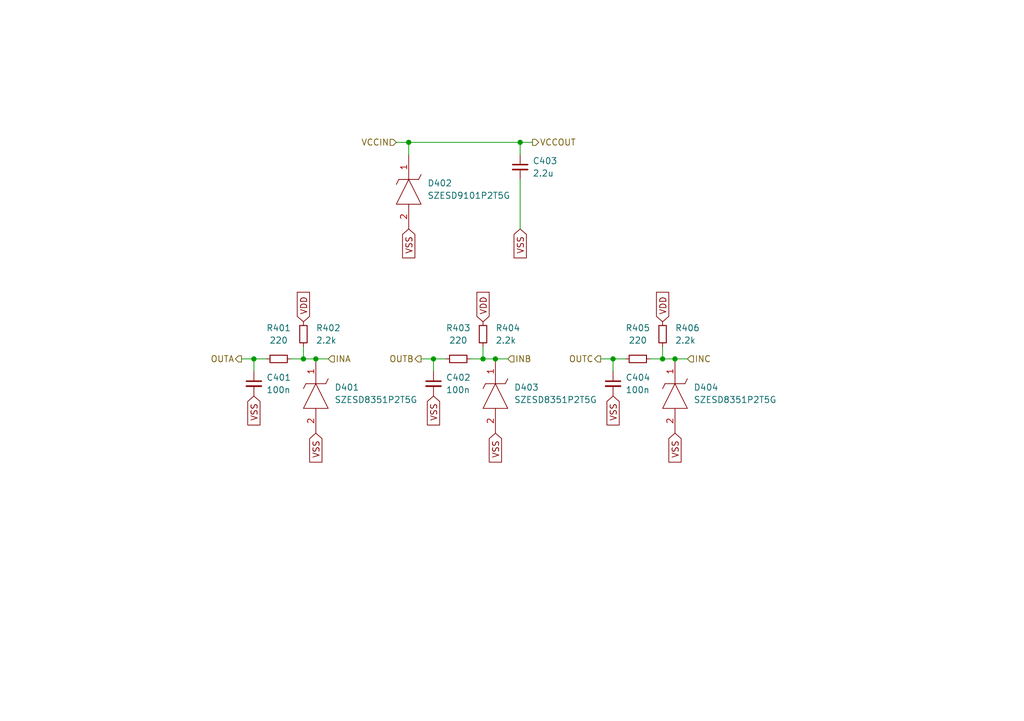
<source format=kicad_sch>
(kicad_sch (version 20211123) (generator eeschema)
  (paper "A5")
  (lib_symbols
    (symbol "Device:C_Small" (pin_numbers hide) (pin_names (offset 0.254) hide)
      (property "Reference" "C" (at 0.254 1.778 0))
      (property "Value" "C_Small" (at 0.254 -2.032 0))
      (symbol "C_Small_0_1"
        (polyline (pts (xy -1.524 -0.508) (xy 1.524 -0.508)) (stroke (width 0.3302)))
        (polyline (pts (xy -1.524 0.508) (xy 1.524 0.508)) (stroke (width 0.3048)))
      )
      (symbol "C_Small_1_1"
        (pin passive line (at 0 2.54 270) (length 2.032) (name "~") (number "1"))
        (pin passive line (at 0 -2.54 90) (length 2.032) (name "~") (number "2"))
      )
    )
    (symbol "Device:R_Small" (pin_numbers hide) (pin_names (offset 0.254) hide)
      (property "Reference" "R" (at 0.762 0.508 0))
      (property "Value" "R_Small" (at 0.762 -1.016 0))
      (symbol "R_Small_0_1"
        (rectangle (start -0.762 1.778) (end 0.762 -1.778) (stroke (width 0.2032)))
      )
      (symbol "R_Small_1_1"
        (pin passive line (at 0 2.54 270) (length 0.762) (name "~") (number "1"))
        (pin passive line (at 0 -2.54 90) (length 0.762) (name "~") (number "2"))
      )
    )
    (symbol "SamacSys_Parts:SZESD8351P2T5G" (pin_names (offset 0.762))
      (property "Reference" "D" (at 10.16 8.89 0))
      (property "Value" "SZESD8351P2T5G" (at 10.16 6.35 0))
      (symbol "SZESD8351P2T5G_0_0"
        (pin passive line (at 0 0 0) (length 5.08) (name "~") (number "1"))
        (pin passive line (at 15.24 0 180) (length 5.08) (name "~") (number "2"))
      )
      (symbol "SZESD8351P2T5G_0_1"
        (polyline (pts (xy 4.064 2.54) (xy 5.08 2.032)) (stroke (width 0.1524)))
        (polyline (pts (xy 5.08 -2.032) (xy 5.08 2.032)) (stroke (width 0.1524)))
        (polyline (pts (xy 5.08 -2.032) (xy 6.096 -2.54)) (stroke (width 0.1524)))
        (polyline (pts (xy 5.08 0) (xy 10.16 2.54) (xy 10.16 -2.54) (xy 5.08 0)) (stroke (width 0.1524)))
      )
    )
    (symbol "SamacSys_Parts:SZESD9101P2T5G" (pin_names (offset 0.762))
      (property "Reference" "D" (at 10.16 8.89 0))
      (property "Value" "SZESD9101P2T5G" (at 10.16 6.35 0))
      (symbol "SZESD9101P2T5G_0_0"
        (pin passive line (at 0 0 0) (length 5.08) (name "~") (number "1"))
        (pin passive line (at 15.24 0 180) (length 5.08) (name "~") (number "2"))
      )
      (symbol "SZESD9101P2T5G_0_1"
        (polyline (pts (xy 4.064 2.54) (xy 5.08 2.032)) (stroke (width 0.1524)))
        (polyline (pts (xy 5.08 -2.032) (xy 5.08 2.032)) (stroke (width 0.1524)))
        (polyline (pts (xy 5.08 -2.032) (xy 6.096 -2.54)) (stroke (width 0.1524)))
        (polyline (pts (xy 5.08 0) (xy 10.16 2.54) (xy 10.16 -2.54) (xy 5.08 0)) (stroke (width 0.1524)))
      )
    )
  )
  (junction (at 125.73 73.66))
  (junction (at 64.77 73.66))
  (junction (at 138.43 73.66))
  (junction (at 88.9 73.66))
  (junction (at 83.82 29.21))
  (junction (at 106.68 29.21))
  (junction (at 62.23 73.66))
  (junction (at 52.07 73.66))
  (junction (at 101.6 73.66))
  (junction (at 135.89 73.66))
  (junction (at 99.06 73.66))
  (wire (pts (xy 83.82 29.21) (xy 83.82 31.75)))
  (wire (pts (xy 86.36 73.66) (xy 88.9 73.66)))
  (wire (pts (xy 99.06 73.66) (xy 101.6 73.66)))
  (wire (pts (xy 133.35 73.66) (xy 135.89 73.66)))
  (wire (pts (xy 106.68 36.83) (xy 106.68 46.99)))
  (wire (pts (xy 123.19 73.66) (xy 125.73 73.66)))
  (wire (pts (xy 99.06 73.66) (xy 99.06 71.12)))
  (wire (pts (xy 52.07 76.2) (xy 52.07 73.66)))
  (wire (pts (xy 106.68 29.21) (xy 106.68 31.75)))
  (wire (pts (xy 49.53 73.66) (xy 52.07 73.66)))
  (wire (pts (xy 81.28 29.21) (xy 83.82 29.21)))
  (wire (pts (xy 101.6 73.66) (xy 104.14 73.66)))
  (wire (pts (xy 125.73 76.2) (xy 125.73 73.66)))
  (wire (pts (xy 64.77 73.66) (xy 67.31 73.66)))
  (wire (pts (xy 62.23 73.66) (xy 64.77 73.66)))
  (wire (pts (xy 138.43 73.66) (xy 140.97 73.66)))
  (wire (pts (xy 88.9 73.66) (xy 91.44 73.66)))
  (wire (pts (xy 62.23 73.66) (xy 62.23 71.12)))
  (wire (pts (xy 109.22 29.21) (xy 106.68 29.21)))
  (wire (pts (xy 96.52 73.66) (xy 99.06 73.66)))
  (wire (pts (xy 83.82 29.21) (xy 106.68 29.21)))
  (wire (pts (xy 88.9 76.2) (xy 88.9 73.66)))
  (wire (pts (xy 135.89 73.66) (xy 138.43 73.66)))
  (wire (pts (xy 125.73 73.66) (xy 128.27 73.66)))
  (wire (pts (xy 59.69 73.66) (xy 62.23 73.66)))
  (wire (pts (xy 135.89 73.66) (xy 135.89 71.12)))
  (wire (pts (xy 52.07 73.66) (xy 54.61 73.66)))
  (global_label "VSS" (shape input) (at 101.6 88.9 270) (property "Intersheet References" "${INTERSHEET_REFS}" (effects hide)))
  (global_label "VDD" (shape input) (at 135.89 66.04 90) (property "Intersheet References" "${INTERSHEET_REFS}" (effects hide)))
  (global_label "VDD" (shape input) (at 62.23 66.04 90) (property "Intersheet References" "${INTERSHEET_REFS}" (effects hide)))
  (global_label "VDD" (shape input) (at 99.06 66.04 90) (property "Intersheet References" "${INTERSHEET_REFS}" (effects hide)))
  (global_label "VSS" (shape input) (at 106.68 46.99 270) (property "Intersheet References" "${INTERSHEET_REFS}" (effects hide)))
  (global_label "VSS" (shape input) (at 125.73 81.28 270) (property "Intersheet References" "${INTERSHEET_REFS}" (effects hide)))
  (global_label "VSS" (shape input) (at 52.07 81.28 270) (property "Intersheet References" "${INTERSHEET_REFS}" (effects hide)))
  (global_label "VSS" (shape input) (at 138.43 88.9 270) (property "Intersheet References" "${INTERSHEET_REFS}" (effects hide)))
  (global_label "VSS" (shape input) (at 64.77 88.9 270) (property "Intersheet References" "${INTERSHEET_REFS}" (effects hide)))
  (global_label "VSS" (shape input) (at 83.82 46.99 270) (property "Intersheet References" "${INTERSHEET_REFS}" (effects hide)))
  (global_label "VSS" (shape input) (at 88.9 81.28 270) (property "Intersheet References" "${INTERSHEET_REFS}" (effects hide)))
  (hierarchical_label "OUTC" (shape output) (at 123.19 73.66 180))
  (hierarchical_label "OUTA" (shape output) (at 49.53 73.66 180))
  (hierarchical_label "INA" (shape input) (at 67.31 73.66 0))
  (hierarchical_label "VCCIN" (shape input) (at 81.28 29.21 180))
  (hierarchical_label "INC" (shape input) (at 140.97 73.66 0))
  (hierarchical_label "OUTB" (shape output) (at 86.36 73.66 180))
  (hierarchical_label "VCCOUT" (shape output) (at 109.22 29.21 0))
  (hierarchical_label "INB" (shape input) (at 104.14 73.66 0))
  (symbol (lib_id "Device:R_Small") (at 57.15 73.66 90) (unit 1)
    (property "Reference" "R401" (at 57.15 67.31 90))
    (property "Value" "220" (at 57.15 69.85 90))
    (property "Footprint" "Resistor_SMD:R_0402_1005Metric" (effects hide))
  )
  (symbol (lib_id "Device:R_Small") (at 62.23 68.58 180) (unit 1)
    (property "Reference" "R402" (at 64.77 67.3099 0) (effects (justify right)))
    (property "Value" "2.2k" (at 64.77 69.8499 0) (effects (justify right)))
    (property "Footprint" "Resistor_SMD:R_0402_1005Metric" (effects hide))
  )
  (symbol (lib_id "SamacSys_Parts:SZESD8351P2T5G") (at 138.43 73.66 270) (unit 1)
    (property "Reference" "D404" (at 142.24 79.5019 90) (effects (justify left)))
    (property "Value" "SZESD8351P2T5G" (at 142.24 82.0419 90) (effects (justify left)))
    (property "Footprint" "SamacSys_Parts:SODFL1006X40N" (effects hide))
    (property "Datasheet" "https://www.onsemi.com/pub/Collateral/ESD8351P2-D.PDF" (effects hide))
    (property "Description" "ESD Suppressors / TVS Diodes LOW CAP SNAPBACK ESD PROT" (effects hide))
    (property "Height" "0.4" (effects hide))
    (property "Mouser Part Number" "863-SZESD8351P2T5G" (effects hide))
    (property "Mouser Price/Stock" "https://www.mouser.co.uk/ProductDetail/onsemi/SZESD8351P2T5G?qs=dbuNSGnowt0hk7yUFmffJA%3D%3D" (effects hide))
    (property "Manufacturer_Name" "onsemi" (effects hide))
    (property "Manufacturer_Part_Number" "SZESD8351P2T5G" (effects hide))
  )
  (symbol (lib_id "Device:C_Small") (at 88.9 78.74 0) (unit 1)
    (property "Reference" "C402" (at 91.44 77.4762 0) (effects (justify left)))
    (property "Value" "100n" (at 91.44 80.0162 0) (effects (justify left)))
    (property "Footprint" "Capacitor_SMD:C_0402_1005Metric" (effects hide))
  )
  (symbol (lib_id "Device:C_Small") (at 52.07 78.74 0) (unit 1)
    (property "Reference" "C401" (at 54.61 77.4762 0) (effects (justify left)))
    (property "Value" "100n" (at 54.61 80.0162 0) (effects (justify left)))
    (property "Footprint" "Capacitor_SMD:C_0402_1005Metric" (effects hide))
  )
  (symbol (lib_id "SamacSys_Parts:SZESD8351P2T5G") (at 64.77 73.66 270) (unit 1)
    (property "Reference" "D401" (at 68.58 79.5019 90) (effects (justify left)))
    (property "Value" "SZESD8351P2T5G" (at 68.58 82.0419 90) (effects (justify left)))
    (property "Footprint" "SamacSys_Parts:SODFL1006X40N" (effects hide))
    (property "Datasheet" "https://www.onsemi.com/pub/Collateral/ESD8351P2-D.PDF" (effects hide))
    (property "Description" "ESD Suppressors / TVS Diodes LOW CAP SNAPBACK ESD PROT" (effects hide))
    (property "Height" "0.4" (effects hide))
    (property "Mouser Part Number" "863-SZESD8351P2T5G" (effects hide))
    (property "Mouser Price/Stock" "https://www.mouser.co.uk/ProductDetail/onsemi/SZESD8351P2T5G?qs=dbuNSGnowt0hk7yUFmffJA%3D%3D" (effects hide))
    (property "Manufacturer_Name" "onsemi" (effects hide))
    (property "Manufacturer_Part_Number" "SZESD8351P2T5G" (effects hide))
  )
  (symbol (lib_id "Device:R_Small") (at 99.06 68.58 180) (unit 1)
    (property "Reference" "R404" (at 101.6 67.3099 0) (effects (justify right)))
    (property "Value" "2.2k" (at 101.6 69.8499 0) (effects (justify right)))
    (property "Footprint" "Resistor_SMD:R_0402_1005Metric" (effects hide))
  )
  (symbol (lib_id "Device:R_Small") (at 93.98 73.66 90) (unit 1)
    (property "Reference" "R403" (at 93.98 67.31 90))
    (property "Value" "220" (at 93.98 69.85 90))
    (property "Footprint" "Resistor_SMD:R_0402_1005Metric" (effects hide))
  )
  (symbol (lib_id "Device:R_Small") (at 130.81 73.66 90) (unit 1)
    (property "Reference" "R405" (at 130.81 67.31 90))
    (property "Value" "220" (at 130.81 69.85 90))
    (property "Footprint" "Resistor_SMD:R_0402_1005Metric" (effects hide))
  )
  (symbol (lib_id "SamacSys_Parts:SZESD9101P2T5G") (at 83.82 31.75 270) (unit 1)
    (property "Reference" "D402" (at 87.63 37.5919 90) (effects (justify left)))
    (property "Value" "SZESD9101P2T5G" (at 87.63 40.1319 90) (effects (justify left)))
    (property "Footprint" "SamacSys_Parts:SODFL1006X40N" (effects hide))
    (property "Datasheet" "http://www.onsemi.com/pub/Collateral/ESD9101-D.PDF" (effects hide))
    (property "Description" "Low Capacitance ESD Protection Diodes for High Speed Data Lines" (effects hide))
    (property "Height" "0.4" (effects hide))
    (property "Mouser Part Number" "863-SZESD9101P2T5G" (effects hide))
    (property "Mouser Price/Stock" "https://www.mouser.co.uk/ProductDetail/onsemi/SZESD9101P2T5G?qs=5aG0NVq1C4yTUV3vL3eSQg%3D%3D" (effects hide))
    (property "Manufacturer_Name" "onsemi" (effects hide))
    (property "Manufacturer_Part_Number" "SZESD9101P2T5G" (effects hide))
  )
  (symbol (lib_id "Device:C_Small") (at 106.68 34.29 0) (unit 1)
    (property "Reference" "C403" (at 109.22 33.0262 0) (effects (justify left)))
    (property "Value" "2.2u" (at 109.22 35.5662 0) (effects (justify left)))
    (property "Footprint" "Capacitor_SMD:C_0603_1608Metric" (effects hide))
  )
  (symbol (lib_id "SamacSys_Parts:SZESD8351P2T5G") (at 101.6 73.66 270) (unit 1)
    (property "Reference" "D403" (at 105.41 79.5019 90) (effects (justify left)))
    (property "Value" "SZESD8351P2T5G" (at 105.41 82.0419 90) (effects (justify left)))
    (property "Footprint" "SamacSys_Parts:SODFL1006X40N" (effects hide))
    (property "Datasheet" "https://www.onsemi.com/pub/Collateral/ESD8351P2-D.PDF" (effects hide))
    (property "Description" "ESD Suppressors / TVS Diodes LOW CAP SNAPBACK ESD PROT" (effects hide))
    (property "Height" "0.4" (effects hide))
    (property "Mouser Part Number" "863-SZESD8351P2T5G" (effects hide))
    (property "Mouser Price/Stock" "https://www.mouser.co.uk/ProductDetail/onsemi/SZESD8351P2T5G?qs=dbuNSGnowt0hk7yUFmffJA%3D%3D" (effects hide))
    (property "Manufacturer_Name" "onsemi" (effects hide))
    (property "Manufacturer_Part_Number" "SZESD8351P2T5G" (effects hide))
  )
  (symbol (lib_id "Device:C_Small") (at 125.73 78.74 0) (unit 1)
    (property "Reference" "C404" (at 128.27 77.4762 0) (effects (justify left)))
    (property "Value" "100n" (at 128.27 80.0162 0) (effects (justify left)))
    (property "Footprint" "Capacitor_SMD:C_0402_1005Metric" (effects hide))
  )
  (symbol (lib_id "Device:R_Small") (at 135.89 68.58 180) (unit 1)
    (property "Reference" "R406" (at 138.43 67.3099 0) (effects (justify right)))
    (property "Value" "2.2k" (at 138.43 69.8499 0) (effects (justify right)))
    (property "Footprint" "Resistor_SMD:R_0402_1005Metric" (effects hide))
  )
)
</source>
